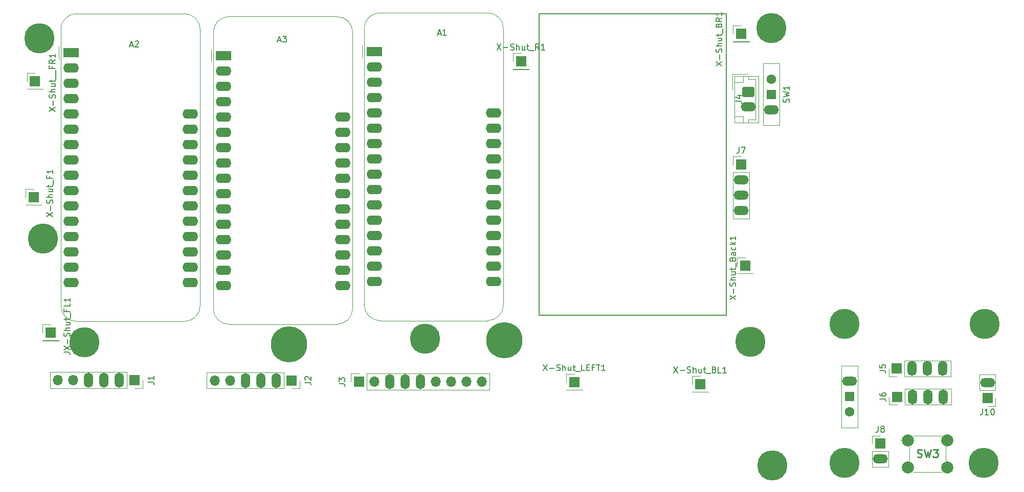
<source format=gbr>
%TF.GenerationSoftware,KiCad,Pcbnew,9.0.0*%
%TF.CreationDate,2025-04-18T00:05:44+02:00*%
%TF.ProjectId,Omni-X-II-PCB,4f6d6e69-2d58-42d4-9949-2d5043422e6b,rev?*%
%TF.SameCoordinates,Original*%
%TF.FileFunction,Copper,L1,Top*%
%TF.FilePolarity,Positive*%
%FSLAX46Y46*%
G04 Gerber Fmt 4.6, Leading zero omitted, Abs format (unit mm)*
G04 Created by KiCad (PCBNEW 9.0.0) date 2025-04-18 00:05:44*
%MOMM*%
%LPD*%
G01*
G04 APERTURE LIST*
G04 Aperture macros list*
%AMRoundRect*
0 Rectangle with rounded corners*
0 $1 Rounding radius*
0 $2 $3 $4 $5 $6 $7 $8 $9 X,Y pos of 4 corners*
0 Add a 4 corners polygon primitive as box body*
4,1,4,$2,$3,$4,$5,$6,$7,$8,$9,$2,$3,0*
0 Add four circle primitives for the rounded corners*
1,1,$1+$1,$2,$3*
1,1,$1+$1,$4,$5*
1,1,$1+$1,$6,$7*
1,1,$1+$1,$8,$9*
0 Add four rect primitives between the rounded corners*
20,1,$1+$1,$2,$3,$4,$5,0*
20,1,$1+$1,$4,$5,$6,$7,0*
20,1,$1+$1,$6,$7,$8,$9,0*
20,1,$1+$1,$8,$9,$2,$3,0*%
G04 Aperture macros list end*
%TA.AperFunction,ComponentPad*%
%ADD10R,1.700000X1.700000*%
%TD*%
%TA.AperFunction,ComponentPad*%
%ADD11O,1.500000X2.500000*%
%TD*%
%TA.AperFunction,ComponentPad*%
%ADD12O,1.700000X1.700000*%
%TD*%
%TA.AperFunction,ComponentPad*%
%ADD13RoundRect,0.250000X-0.750000X0.600000X-0.750000X-0.600000X0.750000X-0.600000X0.750000X0.600000X0*%
%TD*%
%TA.AperFunction,ComponentPad*%
%ADD14O,2.500000X1.500000*%
%TD*%
%TA.AperFunction,ComponentPad*%
%ADD15RoundRect,0.250000X-1.050000X-0.550000X1.050000X-0.550000X1.050000X0.550000X-1.050000X0.550000X0*%
%TD*%
%TA.AperFunction,ComponentPad*%
%ADD16O,2.600000X1.600000*%
%TD*%
%TA.AperFunction,ComponentPad*%
%ADD17C,2.000000*%
%TD*%
%TA.AperFunction,ComponentPad*%
%ADD18R,1.500000X1.500000*%
%TD*%
%TA.AperFunction,ComponentPad*%
%ADD19C,1.600000*%
%TD*%
%TA.AperFunction,ViaPad*%
%ADD20C,5.000000*%
%TD*%
%TA.AperFunction,ViaPad*%
%ADD21C,6.000000*%
%TD*%
%ADD22C,0.200000*%
%ADD23C,0.150000*%
%ADD24C,0.254000*%
%ADD25C,0.120000*%
%ADD26C,0.100000*%
%ADD27C,2.000000*%
G04 APERTURE END LIST*
D10*
%TO.P,X-Shut__FR1,1,Pin_1*%
%TO.N,/23*%
X73680000Y-62140000D03*
%TD*%
%TO.P,J2,1,Pin_1*%
%TO.N,/2*%
X116140000Y-111750000D03*
D11*
%TO.P,J2,2,Pin_2*%
%TO.N,/4*%
X113600000Y-111750000D03*
%TO.P,J2,3,Pin_3*%
%TO.N,/18*%
X111060000Y-111750000D03*
%TO.P,J2,4,Pin_4*%
%TO.N,/17*%
X108520000Y-111750000D03*
D12*
%TO.P,J2,5,Pin_5*%
%TO.N,unconnected-(J2-Pin_5-Pad5)*%
X105980000Y-111750000D03*
%TO.P,J2,6,Pin_6*%
%TO.N,unconnected-(J2-Pin_6-Pad6)*%
X103440000Y-111750000D03*
%TD*%
D13*
%TO.P,J4,1,Pin_1*%
%TO.N,Net-(J4-Pin_1)*%
X191750000Y-63900000D03*
D14*
%TO.P,J4,2,Pin_2*%
%TO.N,/4*%
X191750000Y-66400000D03*
%TD*%
D10*
%TO.P,J1,1,Pin_1*%
%TO.N,/2*%
X90180000Y-111700000D03*
D11*
%TO.P,J1,2,Pin_2*%
%TO.N,/4*%
X87640000Y-111700000D03*
%TO.P,J1,3,Pin_3*%
%TO.N,/18*%
X85100000Y-111700000D03*
%TO.P,J1,4,Pin_4*%
%TO.N,/17*%
X82560000Y-111700000D03*
D12*
%TO.P,J1,5,Pin_5*%
%TO.N,unconnected-(J1-Pin_5-Pad5)*%
X80020000Y-111700000D03*
%TO.P,J1,6,Pin_6*%
%TO.N,unconnected-(J1-Pin_6-Pad6)*%
X77480000Y-111700000D03*
%TD*%
D10*
%TO.P,X-Shut_F1,1,Pin_1*%
%TO.N,/6*%
X73440000Y-81360000D03*
%TD*%
%TO.P,J3,1,Pin_1*%
%TO.N,/2*%
X127310000Y-111960000D03*
D12*
%TO.P,J3,2,Pin_2*%
%TO.N,unconnected-(J3-Pin_2-Pad2)*%
X129850000Y-111960000D03*
D11*
%TO.P,J3,3,Pin_3*%
%TO.N,/4*%
X132390000Y-111960000D03*
%TO.P,J3,4,Pin_4*%
%TO.N,/18*%
X134930000Y-111960000D03*
%TO.P,J3,5,Pin_5*%
%TO.N,/17*%
X137470000Y-111960000D03*
D12*
%TO.P,J3,6,Pin_6*%
%TO.N,unconnected-(J3-Pin_6-Pad6)*%
X140010000Y-111960000D03*
%TO.P,J3,7,Pin_7*%
%TO.N,unconnected-(J3-Pin_7-Pad7)*%
X142550000Y-111960000D03*
%TO.P,J3,8,Pin_8*%
%TO.N,unconnected-(J3-Pin_8-Pad8)*%
X145090000Y-111960000D03*
%TO.P,J3,9,Pin_9*%
%TO.N,unconnected-(J3-Pin_9-Pad9)*%
X147630000Y-111960000D03*
%TD*%
D10*
%TO.P,X-Shut_BL1,1,Pin_1*%
%TO.N,/12*%
X183800000Y-112350000D03*
%TD*%
D15*
%TO.P,A1,1,~{RESET}*%
%TO.N,unconnected-(A1-~{RESET}-Pad1)*%
X129840000Y-57270000D03*
D16*
%TO.P,A1,2,3V3*%
%TO.N,/2*%
X129840000Y-59810000D03*
%TO.P,A1,3,NC*%
%TO.N,unconnected-(A1-NC-Pad3)*%
X129840000Y-62350000D03*
%TO.P,A1,4,GND*%
%TO.N,/4*%
X129840000Y-64890000D03*
%TO.P,A1,5,DAC2/A0*%
%TO.N,/5*%
X129840000Y-67430000D03*
%TO.P,A1,6,DAC1/A1*%
%TO.N,/6*%
X129840000Y-69970000D03*
%TO.P,A1,7,I34/A2*%
%TO.N,/7*%
X129840000Y-72510000D03*
%TO.P,A1,8,I39/A3*%
%TO.N,unconnected-(A1-I39{slash}A3-Pad8)*%
X129840000Y-75050000D03*
%TO.P,A1,9,IO36/A4*%
%TO.N,unconnected-(A1-IO36{slash}A4-Pad9)*%
X129840000Y-77590000D03*
%TO.P,A1,10,IO4/A5*%
%TO.N,/10*%
X129840000Y-80130000D03*
%TO.P,A1,11,SCK/IO5*%
%TO.N,/11*%
X129840000Y-82670000D03*
%TO.P,A1,12,MOSI/IO18*%
%TO.N,/12*%
X129840000Y-85210000D03*
%TO.P,A1,13,MISO/IO19*%
%TO.N,unconnected-(A1-MISO{slash}IO19-Pad13)*%
X129840000Y-87750000D03*
%TO.P,A1,14,RX/IO16*%
%TO.N,unconnected-(A1-RX{slash}IO16-Pad14)*%
X129840000Y-90290000D03*
%TO.P,A1,15,TX/IO17*%
%TO.N,unconnected-(A1-TX{slash}IO17-Pad15)*%
X129840000Y-92830000D03*
%TO.P,A1,16,IO21*%
%TO.N,unconnected-(A1-IO21-Pad16)*%
X129840000Y-95370000D03*
%TO.P,A1,17,SDA/IO23*%
%TO.N,/17*%
X149560000Y-95370000D03*
%TO.P,A1,18,SCL/IO22*%
%TO.N,/18*%
X149560000Y-92830000D03*
%TO.P,A1,19,A6/IO14*%
%TO.N,/14*%
X149560000Y-90290000D03*
%TO.P,A1,20,A7/IO32*%
%TO.N,/20*%
X149560000Y-87750000D03*
%TO.P,A1,21,A8/IO15*%
%TO.N,/15*%
X149560000Y-85210000D03*
%TO.P,A1,22,A9/IO33*%
%TO.N,/22*%
X149560000Y-82670000D03*
%TO.P,A1,23,A10/IO27*%
%TO.N,/23*%
X149560000Y-80130000D03*
%TO.P,A1,24,A11/IO12*%
%TO.N,unconnected-(A1-A11{slash}IO12-Pad24)*%
X149560000Y-77590000D03*
%TO.P,A1,25,A12/IO13*%
%TO.N,unconnected-(A1-A12{slash}IO13-Pad25)*%
X149560000Y-75050000D03*
%TO.P,A1,26,USB*%
%TO.N,unconnected-(A1-USB-Pad26)*%
X149560000Y-72510000D03*
%TO.P,A1,27,EN*%
%TO.N,unconnected-(A1-EN-Pad27)*%
X149560000Y-69970000D03*
%TO.P,A1,28,VBAT*%
%TO.N,/28*%
X149560000Y-67430000D03*
%TD*%
D10*
%TO.P,X-Shut_R1,1,Pin_1*%
%TO.N,/22*%
X154130000Y-58850000D03*
%TD*%
%TO.P,J7,1,Pin_1*%
%TO.N,/2*%
X190560000Y-75970000D03*
D14*
%TO.P,J7,2,Pin_2*%
%TO.N,/4*%
X190560000Y-78510000D03*
%TO.P,J7,3,Pin_3*%
%TO.N,/7*%
X190560000Y-81050000D03*
%TO.P,J7,4,Pin_4*%
%TO.N,unconnected-(J7-Pin_4-Pad4)*%
X190560000Y-83590000D03*
%TD*%
D15*
%TO.P,A2,1,~{RESET}*%
%TO.N,unconnected-(A2-~{RESET}-Pad1)*%
X79640000Y-57410000D03*
D16*
%TO.P,A2,2,3V3*%
%TO.N,/2*%
X79640000Y-59950000D03*
%TO.P,A2,3,AREF*%
%TO.N,unconnected-(A2-AREF-Pad3)*%
X79640000Y-62490000D03*
%TO.P,A2,4,GND*%
%TO.N,/4*%
X79640000Y-65030000D03*
%TO.P,A2,5,A0*%
%TO.N,unconnected-(A2-A0-Pad5)*%
X79640000Y-67570000D03*
%TO.P,A2,6,A1*%
%TO.N,unconnected-(A2-A1-Pad6)*%
X79640000Y-70110000D03*
%TO.P,A2,7,A2*%
%TO.N,unconnected-(A2-A2-Pad7)*%
X79640000Y-72650000D03*
%TO.P,A2,8,A3*%
%TO.N,unconnected-(A2-A3-Pad8)*%
X79640000Y-75190000D03*
%TO.P,A2,9,A4*%
%TO.N,unconnected-(A2-A4-Pad9)*%
X79640000Y-77730000D03*
%TO.P,A2,10,A5*%
%TO.N,unconnected-(A2-A5-Pad10)*%
X79640000Y-80270000D03*
%TO.P,A2,11,SCK*%
%TO.N,unconnected-(A2-SCK-Pad11)*%
X79640000Y-82810000D03*
%TO.P,A2,12,MOSI*%
%TO.N,unconnected-(A2-MOSI-Pad12)*%
X79640000Y-85350000D03*
%TO.P,A2,13,MISO*%
%TO.N,unconnected-(A2-MISO-Pad13)*%
X79640000Y-87890000D03*
%TO.P,A2,14,RX*%
%TO.N,unconnected-(A2-RX-Pad14)*%
X79640000Y-90430000D03*
%TO.P,A2,15,TX*%
%TO.N,unconnected-(A2-TX-Pad15)*%
X79640000Y-92970000D03*
%TO.P,A2,16,SPARE*%
%TO.N,unconnected-(A2-SPARE-Pad16)*%
X79640000Y-95510000D03*
%TO.P,A2,17,SDA*%
%TO.N,/15*%
X99360000Y-95510000D03*
%TO.P,A2,18,SCL*%
%TO.N,/14*%
X99360000Y-92970000D03*
%TO.P,A2,19,D0*%
%TO.N,unconnected-(A2-D0-Pad19)*%
X99360000Y-90430000D03*
%TO.P,A2,20,D1*%
%TO.N,unconnected-(A2-D1-Pad20)*%
X99360000Y-87890000D03*
%TO.P,A2,21,D2*%
%TO.N,unconnected-(A2-D2-Pad21)*%
X99360000Y-85350000D03*
%TO.P,A2,22,D3*%
%TO.N,unconnected-(A2-D3-Pad22)*%
X99360000Y-82810000D03*
%TO.P,A2,23,D4*%
%TO.N,unconnected-(A2-D4-Pad23)*%
X99360000Y-80270000D03*
%TO.P,A2,24,D5*%
%TO.N,unconnected-(A2-D5-Pad24)*%
X99360000Y-77730000D03*
%TO.P,A2,25,D6*%
%TO.N,unconnected-(A2-D6-Pad25)*%
X99360000Y-75190000D03*
%TO.P,A2,26,USB*%
%TO.N,unconnected-(A2-USB-Pad26)*%
X99360000Y-72650000D03*
%TO.P,A2,27,EN*%
%TO.N,unconnected-(A2-EN-Pad27)*%
X99360000Y-70110000D03*
%TO.P,A2,28,VBAT*%
%TO.N,unconnected-(A2-VBAT-Pad28)*%
X99360000Y-67570000D03*
%TD*%
D17*
%TO.P,SW3,1,1*%
%TO.N,Net-(J8-Pin_1)*%
X218190000Y-121640000D03*
%TO.P,SW3,2,2*%
X224690000Y-121640000D03*
%TO.P,SW3,3,K*%
%TO.N,Net-(J8-Pin_2)*%
X218190000Y-126140000D03*
%TO.P,SW3,4,A*%
X224690000Y-126140000D03*
%TD*%
D10*
%TO.P,X-Shut_Back1,1,Pin_1*%
%TO.N,/11*%
X191220000Y-92700000D03*
%TD*%
%TO.P,J6,1,Pin_1*%
%TO.N,/K1*%
X216395000Y-114450000D03*
D11*
%TO.P,J6,2,Pin_2*%
%TO.N,/K2*%
X218935000Y-114450000D03*
%TO.P,J6,3,Pin_3*%
%TO.N,/K3*%
X221475000Y-114450000D03*
%TO.P,J6,4,Pin_4*%
%TO.N,/K4*%
X224015000Y-114450000D03*
%TD*%
D10*
%TO.P,J10,1,Pin_1*%
%TO.N,Net-(J10-Pin_1)*%
X231345000Y-114660000D03*
D14*
%TO.P,J10,2,Pin_2*%
%TO.N,Net-(J10-Pin_2)*%
X231345000Y-112120000D03*
%TD*%
D10*
%TO.P,JX-Shut_FL1,1,Pin_1*%
%TO.N,/10*%
X76290000Y-103830000D03*
%TD*%
D18*
%TO.P,SW1,1,B*%
%TO.N,Net-(J4-Pin_1)*%
X195550000Y-64320000D03*
D19*
%TO.P,SW1,2,C*%
%TO.N,unconnected-(SW1-C-Pad2)*%
X195550000Y-61780000D03*
D14*
%TO.P,SW1,3,A*%
%TO.N,/28*%
X195550000Y-66860000D03*
%TD*%
D18*
%TO.P,SW2,1,B*%
%TO.N,Net-(J10-Pin_1)*%
X208495000Y-114430000D03*
D19*
%TO.P,SW2,2,C*%
%TO.N,unconnected-(SW2-C-Pad2)*%
X208495000Y-116970000D03*
D14*
%TO.P,SW2,3,A*%
%TO.N,Net-(J10-Pin_2)*%
X208495000Y-111890000D03*
%TD*%
D10*
%TO.P,X-Shut_BR1,1,Pin_1*%
%TO.N,/5*%
X190590000Y-54270000D03*
%TD*%
%TO.P,X-Shut_LEFT1,1,Pin_1*%
%TO.N,/20*%
X162960000Y-111990000D03*
%TD*%
D15*
%TO.P,A3,1,~{RESET}*%
%TO.N,unconnected-(A3-~{RESET}-Pad1)*%
X104870000Y-57900000D03*
D16*
%TO.P,A3,2,3V3*%
%TO.N,/2*%
X104870000Y-60440000D03*
%TO.P,A3,3,AREF*%
%TO.N,unconnected-(A3-AREF-Pad3)*%
X104870000Y-62980000D03*
%TO.P,A3,4,GND*%
%TO.N,/4*%
X104870000Y-65520000D03*
%TO.P,A3,5,A0*%
%TO.N,unconnected-(A3-A0-Pad5)*%
X104870000Y-68060000D03*
%TO.P,A3,6,A1*%
%TO.N,unconnected-(A3-A1-Pad6)*%
X104870000Y-70600000D03*
%TO.P,A3,7,A2*%
%TO.N,unconnected-(A3-A2-Pad7)*%
X104870000Y-73140000D03*
%TO.P,A3,8,A3*%
%TO.N,unconnected-(A3-A3-Pad8)*%
X104870000Y-75680000D03*
%TO.P,A3,9,A4*%
%TO.N,unconnected-(A3-A4-Pad9)*%
X104870000Y-78220000D03*
%TO.P,A3,10,A5*%
%TO.N,unconnected-(A3-A5-Pad10)*%
X104870000Y-80760000D03*
%TO.P,A3,11,SCK*%
%TO.N,/11*%
X104870000Y-83300000D03*
%TO.P,A3,12,MOSI*%
%TO.N,/12*%
X104870000Y-85840000D03*
%TO.P,A3,13,MISO*%
%TO.N,unconnected-(A3-MISO-Pad13)*%
X104870000Y-88380000D03*
%TO.P,A3,14,RX*%
%TO.N,unconnected-(A3-RX-Pad14)*%
X104870000Y-90920000D03*
%TO.P,A3,15,TX*%
%TO.N,unconnected-(A3-TX-Pad15)*%
X104870000Y-93460000D03*
%TO.P,A3,16,SPARE*%
%TO.N,unconnected-(A3-SPARE-Pad16)*%
X104870000Y-96000000D03*
%TO.P,A3,17,SDA*%
%TO.N,/15*%
X124590000Y-96000000D03*
%TO.P,A3,18,SCL*%
%TO.N,/14*%
X124590000Y-93460000D03*
%TO.P,A3,19,D0*%
%TO.N,unconnected-(A3-D0-Pad19)*%
X124590000Y-90920000D03*
%TO.P,A3,20,D1*%
%TO.N,unconnected-(A3-D1-Pad20)*%
X124590000Y-88380000D03*
%TO.P,A3,21,D2*%
%TO.N,unconnected-(A3-D2-Pad21)*%
X124590000Y-85840000D03*
%TO.P,A3,22,D3*%
%TO.N,unconnected-(A3-D3-Pad22)*%
X124590000Y-83300000D03*
%TO.P,A3,23,D4*%
%TO.N,unconnected-(A3-D4-Pad23)*%
X124590000Y-80760000D03*
%TO.P,A3,24,D5*%
%TO.N,unconnected-(A3-D5-Pad24)*%
X124590000Y-78220000D03*
%TO.P,A3,25,D6*%
%TO.N,unconnected-(A3-D6-Pad25)*%
X124590000Y-75680000D03*
%TO.P,A3,26,USB*%
%TO.N,unconnected-(A3-USB-Pad26)*%
X124590000Y-73140000D03*
%TO.P,A3,27,EN*%
%TO.N,unconnected-(A3-EN-Pad27)*%
X124590000Y-70600000D03*
%TO.P,A3,28,VBAT*%
%TO.N,unconnected-(A3-VBAT-Pad28)*%
X124590000Y-68060000D03*
%TD*%
D10*
%TO.P,J5,1,Pin_1*%
%TO.N,/K1*%
X216355000Y-109780000D03*
D11*
%TO.P,J5,2,Pin_2*%
%TO.N,/K2*%
X218895000Y-109780000D03*
%TO.P,J5,3,Pin_3*%
%TO.N,/K3*%
X221435000Y-109780000D03*
%TO.P,J5,4,Pin_4*%
%TO.N,/K4*%
X223975000Y-109780000D03*
%TD*%
D10*
%TO.P,J8,1,Pin_1*%
%TO.N,Net-(J8-Pin_1)*%
X213595000Y-122210000D03*
D14*
%TO.P,J8,2,Pin_2*%
%TO.N,Net-(J8-Pin_2)*%
X213595000Y-124750000D03*
%TD*%
D20*
%TO.N,*%
X192130000Y-105330000D03*
X207665000Y-125430000D03*
D21*
X115750000Y-105730000D03*
D20*
X195700000Y-125790000D03*
X230845000Y-102390000D03*
X74430000Y-55010000D03*
X74990000Y-88250000D03*
X138230000Y-104820000D03*
X81880000Y-105390000D03*
X207665000Y-102390000D03*
X230715000Y-125430000D03*
X195600000Y-53370000D03*
D21*
X151400000Y-105100000D03*
%TD*%
D22*
X157150000Y-50970000D02*
X188150000Y-50970000D01*
X188150000Y-100970000D01*
X157150000Y-100970000D01*
X157150000Y-50970000D01*
D23*
X76044819Y-67175714D02*
X77044819Y-66509048D01*
X76044819Y-66509048D02*
X77044819Y-67175714D01*
X76663866Y-66128095D02*
X76663866Y-65366191D01*
X76997200Y-64937619D02*
X77044819Y-64794762D01*
X77044819Y-64794762D02*
X77044819Y-64556667D01*
X77044819Y-64556667D02*
X76997200Y-64461429D01*
X76997200Y-64461429D02*
X76949580Y-64413810D01*
X76949580Y-64413810D02*
X76854342Y-64366191D01*
X76854342Y-64366191D02*
X76759104Y-64366191D01*
X76759104Y-64366191D02*
X76663866Y-64413810D01*
X76663866Y-64413810D02*
X76616247Y-64461429D01*
X76616247Y-64461429D02*
X76568628Y-64556667D01*
X76568628Y-64556667D02*
X76521009Y-64747143D01*
X76521009Y-64747143D02*
X76473390Y-64842381D01*
X76473390Y-64842381D02*
X76425771Y-64890000D01*
X76425771Y-64890000D02*
X76330533Y-64937619D01*
X76330533Y-64937619D02*
X76235295Y-64937619D01*
X76235295Y-64937619D02*
X76140057Y-64890000D01*
X76140057Y-64890000D02*
X76092438Y-64842381D01*
X76092438Y-64842381D02*
X76044819Y-64747143D01*
X76044819Y-64747143D02*
X76044819Y-64509048D01*
X76044819Y-64509048D02*
X76092438Y-64366191D01*
X77044819Y-63937619D02*
X76044819Y-63937619D01*
X77044819Y-63509048D02*
X76521009Y-63509048D01*
X76521009Y-63509048D02*
X76425771Y-63556667D01*
X76425771Y-63556667D02*
X76378152Y-63651905D01*
X76378152Y-63651905D02*
X76378152Y-63794762D01*
X76378152Y-63794762D02*
X76425771Y-63890000D01*
X76425771Y-63890000D02*
X76473390Y-63937619D01*
X76378152Y-62604286D02*
X77044819Y-62604286D01*
X76378152Y-63032857D02*
X76901961Y-63032857D01*
X76901961Y-63032857D02*
X76997200Y-62985238D01*
X76997200Y-62985238D02*
X77044819Y-62890000D01*
X77044819Y-62890000D02*
X77044819Y-62747143D01*
X77044819Y-62747143D02*
X76997200Y-62651905D01*
X76997200Y-62651905D02*
X76949580Y-62604286D01*
X76378152Y-62270952D02*
X76378152Y-61890000D01*
X76044819Y-62128095D02*
X76901961Y-62128095D01*
X76901961Y-62128095D02*
X76997200Y-62080476D01*
X76997200Y-62080476D02*
X77044819Y-61985238D01*
X77044819Y-61985238D02*
X77044819Y-61890000D01*
X77140057Y-61794762D02*
X77140057Y-61032857D01*
X77140057Y-61032857D02*
X77140057Y-60270952D01*
X76521009Y-59699523D02*
X76521009Y-60032856D01*
X77044819Y-60032856D02*
X76044819Y-60032856D01*
X76044819Y-60032856D02*
X76044819Y-59556666D01*
X77044819Y-58604285D02*
X76568628Y-58937618D01*
X77044819Y-59175713D02*
X76044819Y-59175713D01*
X76044819Y-59175713D02*
X76044819Y-58794761D01*
X76044819Y-58794761D02*
X76092438Y-58699523D01*
X76092438Y-58699523D02*
X76140057Y-58651904D01*
X76140057Y-58651904D02*
X76235295Y-58604285D01*
X76235295Y-58604285D02*
X76378152Y-58604285D01*
X76378152Y-58604285D02*
X76473390Y-58651904D01*
X76473390Y-58651904D02*
X76521009Y-58699523D01*
X76521009Y-58699523D02*
X76568628Y-58794761D01*
X76568628Y-58794761D02*
X76568628Y-59175713D01*
X77044819Y-57651904D02*
X77044819Y-58223332D01*
X77044819Y-57937618D02*
X76044819Y-57937618D01*
X76044819Y-57937618D02*
X76187676Y-58032856D01*
X76187676Y-58032856D02*
X76282914Y-58128094D01*
X76282914Y-58128094D02*
X76330533Y-58223332D01*
X118364819Y-112083333D02*
X119079104Y-112083333D01*
X119079104Y-112083333D02*
X119221961Y-112130952D01*
X119221961Y-112130952D02*
X119317200Y-112226190D01*
X119317200Y-112226190D02*
X119364819Y-112369047D01*
X119364819Y-112369047D02*
X119364819Y-112464285D01*
X118460057Y-111654761D02*
X118412438Y-111607142D01*
X118412438Y-111607142D02*
X118364819Y-111511904D01*
X118364819Y-111511904D02*
X118364819Y-111273809D01*
X118364819Y-111273809D02*
X118412438Y-111178571D01*
X118412438Y-111178571D02*
X118460057Y-111130952D01*
X118460057Y-111130952D02*
X118555295Y-111083333D01*
X118555295Y-111083333D02*
X118650533Y-111083333D01*
X118650533Y-111083333D02*
X118793390Y-111130952D01*
X118793390Y-111130952D02*
X119364819Y-111702380D01*
X119364819Y-111702380D02*
X119364819Y-111083333D01*
X189654819Y-65433333D02*
X190369104Y-65433333D01*
X190369104Y-65433333D02*
X190511961Y-65480952D01*
X190511961Y-65480952D02*
X190607200Y-65576190D01*
X190607200Y-65576190D02*
X190654819Y-65719047D01*
X190654819Y-65719047D02*
X190654819Y-65814285D01*
X189988152Y-64528571D02*
X190654819Y-64528571D01*
X189607200Y-64766666D02*
X190321485Y-65004761D01*
X190321485Y-65004761D02*
X190321485Y-64385714D01*
X92404819Y-112033333D02*
X93119104Y-112033333D01*
X93119104Y-112033333D02*
X93261961Y-112080952D01*
X93261961Y-112080952D02*
X93357200Y-112176190D01*
X93357200Y-112176190D02*
X93404819Y-112319047D01*
X93404819Y-112319047D02*
X93404819Y-112414285D01*
X93404819Y-111033333D02*
X93404819Y-111604761D01*
X93404819Y-111319047D02*
X92404819Y-111319047D01*
X92404819Y-111319047D02*
X92547676Y-111414285D01*
X92547676Y-111414285D02*
X92642914Y-111509523D01*
X92642914Y-111509523D02*
X92690533Y-111604761D01*
X75634819Y-84614761D02*
X76634819Y-83948095D01*
X75634819Y-83948095D02*
X76634819Y-84614761D01*
X76253866Y-83567142D02*
X76253866Y-82805238D01*
X76587200Y-82376666D02*
X76634819Y-82233809D01*
X76634819Y-82233809D02*
X76634819Y-81995714D01*
X76634819Y-81995714D02*
X76587200Y-81900476D01*
X76587200Y-81900476D02*
X76539580Y-81852857D01*
X76539580Y-81852857D02*
X76444342Y-81805238D01*
X76444342Y-81805238D02*
X76349104Y-81805238D01*
X76349104Y-81805238D02*
X76253866Y-81852857D01*
X76253866Y-81852857D02*
X76206247Y-81900476D01*
X76206247Y-81900476D02*
X76158628Y-81995714D01*
X76158628Y-81995714D02*
X76111009Y-82186190D01*
X76111009Y-82186190D02*
X76063390Y-82281428D01*
X76063390Y-82281428D02*
X76015771Y-82329047D01*
X76015771Y-82329047D02*
X75920533Y-82376666D01*
X75920533Y-82376666D02*
X75825295Y-82376666D01*
X75825295Y-82376666D02*
X75730057Y-82329047D01*
X75730057Y-82329047D02*
X75682438Y-82281428D01*
X75682438Y-82281428D02*
X75634819Y-82186190D01*
X75634819Y-82186190D02*
X75634819Y-81948095D01*
X75634819Y-81948095D02*
X75682438Y-81805238D01*
X76634819Y-81376666D02*
X75634819Y-81376666D01*
X76634819Y-80948095D02*
X76111009Y-80948095D01*
X76111009Y-80948095D02*
X76015771Y-80995714D01*
X76015771Y-80995714D02*
X75968152Y-81090952D01*
X75968152Y-81090952D02*
X75968152Y-81233809D01*
X75968152Y-81233809D02*
X76015771Y-81329047D01*
X76015771Y-81329047D02*
X76063390Y-81376666D01*
X75968152Y-80043333D02*
X76634819Y-80043333D01*
X75968152Y-80471904D02*
X76491961Y-80471904D01*
X76491961Y-80471904D02*
X76587200Y-80424285D01*
X76587200Y-80424285D02*
X76634819Y-80329047D01*
X76634819Y-80329047D02*
X76634819Y-80186190D01*
X76634819Y-80186190D02*
X76587200Y-80090952D01*
X76587200Y-80090952D02*
X76539580Y-80043333D01*
X75968152Y-79709999D02*
X75968152Y-79329047D01*
X75634819Y-79567142D02*
X76491961Y-79567142D01*
X76491961Y-79567142D02*
X76587200Y-79519523D01*
X76587200Y-79519523D02*
X76634819Y-79424285D01*
X76634819Y-79424285D02*
X76634819Y-79329047D01*
X76730057Y-79233809D02*
X76730057Y-78471904D01*
X76111009Y-77900475D02*
X76111009Y-78233808D01*
X76634819Y-78233808D02*
X75634819Y-78233808D01*
X75634819Y-78233808D02*
X75634819Y-77757618D01*
X76634819Y-76852856D02*
X76634819Y-77424284D01*
X76634819Y-77138570D02*
X75634819Y-77138570D01*
X75634819Y-77138570D02*
X75777676Y-77233808D01*
X75777676Y-77233808D02*
X75872914Y-77329046D01*
X75872914Y-77329046D02*
X75920533Y-77424284D01*
X123994819Y-112293333D02*
X124709104Y-112293333D01*
X124709104Y-112293333D02*
X124851961Y-112340952D01*
X124851961Y-112340952D02*
X124947200Y-112436190D01*
X124947200Y-112436190D02*
X124994819Y-112579047D01*
X124994819Y-112579047D02*
X124994819Y-112674285D01*
X123994819Y-111912380D02*
X123994819Y-111293333D01*
X123994819Y-111293333D02*
X124375771Y-111626666D01*
X124375771Y-111626666D02*
X124375771Y-111483809D01*
X124375771Y-111483809D02*
X124423390Y-111388571D01*
X124423390Y-111388571D02*
X124471009Y-111340952D01*
X124471009Y-111340952D02*
X124566247Y-111293333D01*
X124566247Y-111293333D02*
X124804342Y-111293333D01*
X124804342Y-111293333D02*
X124899580Y-111340952D01*
X124899580Y-111340952D02*
X124947200Y-111388571D01*
X124947200Y-111388571D02*
X124994819Y-111483809D01*
X124994819Y-111483809D02*
X124994819Y-111769523D01*
X124994819Y-111769523D02*
X124947200Y-111864761D01*
X124947200Y-111864761D02*
X124899580Y-111912380D01*
X179419047Y-109474819D02*
X180085713Y-110474819D01*
X180085713Y-109474819D02*
X179419047Y-110474819D01*
X180466666Y-110093866D02*
X181228571Y-110093866D01*
X181657142Y-110427200D02*
X181799999Y-110474819D01*
X181799999Y-110474819D02*
X182038094Y-110474819D01*
X182038094Y-110474819D02*
X182133332Y-110427200D01*
X182133332Y-110427200D02*
X182180951Y-110379580D01*
X182180951Y-110379580D02*
X182228570Y-110284342D01*
X182228570Y-110284342D02*
X182228570Y-110189104D01*
X182228570Y-110189104D02*
X182180951Y-110093866D01*
X182180951Y-110093866D02*
X182133332Y-110046247D01*
X182133332Y-110046247D02*
X182038094Y-109998628D01*
X182038094Y-109998628D02*
X181847618Y-109951009D01*
X181847618Y-109951009D02*
X181752380Y-109903390D01*
X181752380Y-109903390D02*
X181704761Y-109855771D01*
X181704761Y-109855771D02*
X181657142Y-109760533D01*
X181657142Y-109760533D02*
X181657142Y-109665295D01*
X181657142Y-109665295D02*
X181704761Y-109570057D01*
X181704761Y-109570057D02*
X181752380Y-109522438D01*
X181752380Y-109522438D02*
X181847618Y-109474819D01*
X181847618Y-109474819D02*
X182085713Y-109474819D01*
X182085713Y-109474819D02*
X182228570Y-109522438D01*
X182657142Y-110474819D02*
X182657142Y-109474819D01*
X183085713Y-110474819D02*
X183085713Y-109951009D01*
X183085713Y-109951009D02*
X183038094Y-109855771D01*
X183038094Y-109855771D02*
X182942856Y-109808152D01*
X182942856Y-109808152D02*
X182799999Y-109808152D01*
X182799999Y-109808152D02*
X182704761Y-109855771D01*
X182704761Y-109855771D02*
X182657142Y-109903390D01*
X183990475Y-109808152D02*
X183990475Y-110474819D01*
X183561904Y-109808152D02*
X183561904Y-110331961D01*
X183561904Y-110331961D02*
X183609523Y-110427200D01*
X183609523Y-110427200D02*
X183704761Y-110474819D01*
X183704761Y-110474819D02*
X183847618Y-110474819D01*
X183847618Y-110474819D02*
X183942856Y-110427200D01*
X183942856Y-110427200D02*
X183990475Y-110379580D01*
X184323809Y-109808152D02*
X184704761Y-109808152D01*
X184466666Y-109474819D02*
X184466666Y-110331961D01*
X184466666Y-110331961D02*
X184514285Y-110427200D01*
X184514285Y-110427200D02*
X184609523Y-110474819D01*
X184609523Y-110474819D02*
X184704761Y-110474819D01*
X184800000Y-110570057D02*
X185561904Y-110570057D01*
X186133333Y-109951009D02*
X186276190Y-109998628D01*
X186276190Y-109998628D02*
X186323809Y-110046247D01*
X186323809Y-110046247D02*
X186371428Y-110141485D01*
X186371428Y-110141485D02*
X186371428Y-110284342D01*
X186371428Y-110284342D02*
X186323809Y-110379580D01*
X186323809Y-110379580D02*
X186276190Y-110427200D01*
X186276190Y-110427200D02*
X186180952Y-110474819D01*
X186180952Y-110474819D02*
X185800000Y-110474819D01*
X185800000Y-110474819D02*
X185800000Y-109474819D01*
X185800000Y-109474819D02*
X186133333Y-109474819D01*
X186133333Y-109474819D02*
X186228571Y-109522438D01*
X186228571Y-109522438D02*
X186276190Y-109570057D01*
X186276190Y-109570057D02*
X186323809Y-109665295D01*
X186323809Y-109665295D02*
X186323809Y-109760533D01*
X186323809Y-109760533D02*
X186276190Y-109855771D01*
X186276190Y-109855771D02*
X186228571Y-109903390D01*
X186228571Y-109903390D02*
X186133333Y-109951009D01*
X186133333Y-109951009D02*
X185800000Y-109951009D01*
X187276190Y-110474819D02*
X186800000Y-110474819D01*
X186800000Y-110474819D02*
X186800000Y-109474819D01*
X188133333Y-110474819D02*
X187561905Y-110474819D01*
X187847619Y-110474819D02*
X187847619Y-109474819D01*
X187847619Y-109474819D02*
X187752381Y-109617676D01*
X187752381Y-109617676D02*
X187657143Y-109712914D01*
X187657143Y-109712914D02*
X187561905Y-109760533D01*
X140355714Y-54249104D02*
X140831904Y-54249104D01*
X140260476Y-54534819D02*
X140593809Y-53534819D01*
X140593809Y-53534819D02*
X140927142Y-54534819D01*
X141784285Y-54534819D02*
X141212857Y-54534819D01*
X141498571Y-54534819D02*
X141498571Y-53534819D01*
X141498571Y-53534819D02*
X141403333Y-53677676D01*
X141403333Y-53677676D02*
X141308095Y-53772914D01*
X141308095Y-53772914D02*
X141212857Y-53820533D01*
X150153809Y-55974819D02*
X150820475Y-56974819D01*
X150820475Y-55974819D02*
X150153809Y-56974819D01*
X151201428Y-56593866D02*
X151963333Y-56593866D01*
X152391904Y-56927200D02*
X152534761Y-56974819D01*
X152534761Y-56974819D02*
X152772856Y-56974819D01*
X152772856Y-56974819D02*
X152868094Y-56927200D01*
X152868094Y-56927200D02*
X152915713Y-56879580D01*
X152915713Y-56879580D02*
X152963332Y-56784342D01*
X152963332Y-56784342D02*
X152963332Y-56689104D01*
X152963332Y-56689104D02*
X152915713Y-56593866D01*
X152915713Y-56593866D02*
X152868094Y-56546247D01*
X152868094Y-56546247D02*
X152772856Y-56498628D01*
X152772856Y-56498628D02*
X152582380Y-56451009D01*
X152582380Y-56451009D02*
X152487142Y-56403390D01*
X152487142Y-56403390D02*
X152439523Y-56355771D01*
X152439523Y-56355771D02*
X152391904Y-56260533D01*
X152391904Y-56260533D02*
X152391904Y-56165295D01*
X152391904Y-56165295D02*
X152439523Y-56070057D01*
X152439523Y-56070057D02*
X152487142Y-56022438D01*
X152487142Y-56022438D02*
X152582380Y-55974819D01*
X152582380Y-55974819D02*
X152820475Y-55974819D01*
X152820475Y-55974819D02*
X152963332Y-56022438D01*
X153391904Y-56974819D02*
X153391904Y-55974819D01*
X153820475Y-56974819D02*
X153820475Y-56451009D01*
X153820475Y-56451009D02*
X153772856Y-56355771D01*
X153772856Y-56355771D02*
X153677618Y-56308152D01*
X153677618Y-56308152D02*
X153534761Y-56308152D01*
X153534761Y-56308152D02*
X153439523Y-56355771D01*
X153439523Y-56355771D02*
X153391904Y-56403390D01*
X154725237Y-56308152D02*
X154725237Y-56974819D01*
X154296666Y-56308152D02*
X154296666Y-56831961D01*
X154296666Y-56831961D02*
X154344285Y-56927200D01*
X154344285Y-56927200D02*
X154439523Y-56974819D01*
X154439523Y-56974819D02*
X154582380Y-56974819D01*
X154582380Y-56974819D02*
X154677618Y-56927200D01*
X154677618Y-56927200D02*
X154725237Y-56879580D01*
X155058571Y-56308152D02*
X155439523Y-56308152D01*
X155201428Y-55974819D02*
X155201428Y-56831961D01*
X155201428Y-56831961D02*
X155249047Y-56927200D01*
X155249047Y-56927200D02*
X155344285Y-56974819D01*
X155344285Y-56974819D02*
X155439523Y-56974819D01*
X155534762Y-57070057D02*
X156296666Y-57070057D01*
X157106190Y-56974819D02*
X156772857Y-56498628D01*
X156534762Y-56974819D02*
X156534762Y-55974819D01*
X156534762Y-55974819D02*
X156915714Y-55974819D01*
X156915714Y-55974819D02*
X157010952Y-56022438D01*
X157010952Y-56022438D02*
X157058571Y-56070057D01*
X157058571Y-56070057D02*
X157106190Y-56165295D01*
X157106190Y-56165295D02*
X157106190Y-56308152D01*
X157106190Y-56308152D02*
X157058571Y-56403390D01*
X157058571Y-56403390D02*
X157010952Y-56451009D01*
X157010952Y-56451009D02*
X156915714Y-56498628D01*
X156915714Y-56498628D02*
X156534762Y-56498628D01*
X158058571Y-56974819D02*
X157487143Y-56974819D01*
X157772857Y-56974819D02*
X157772857Y-55974819D01*
X157772857Y-55974819D02*
X157677619Y-56117676D01*
X157677619Y-56117676D02*
X157582381Y-56212914D01*
X157582381Y-56212914D02*
X157487143Y-56260533D01*
X190226666Y-73094819D02*
X190226666Y-73809104D01*
X190226666Y-73809104D02*
X190179047Y-73951961D01*
X190179047Y-73951961D02*
X190083809Y-74047200D01*
X190083809Y-74047200D02*
X189940952Y-74094819D01*
X189940952Y-74094819D02*
X189845714Y-74094819D01*
X190607619Y-73094819D02*
X191274285Y-73094819D01*
X191274285Y-73094819D02*
X190845714Y-74094819D01*
X89395714Y-56199104D02*
X89871904Y-56199104D01*
X89300476Y-56484819D02*
X89633809Y-55484819D01*
X89633809Y-55484819D02*
X89967142Y-56484819D01*
X90252857Y-55580057D02*
X90300476Y-55532438D01*
X90300476Y-55532438D02*
X90395714Y-55484819D01*
X90395714Y-55484819D02*
X90633809Y-55484819D01*
X90633809Y-55484819D02*
X90729047Y-55532438D01*
X90729047Y-55532438D02*
X90776666Y-55580057D01*
X90776666Y-55580057D02*
X90824285Y-55675295D01*
X90824285Y-55675295D02*
X90824285Y-55770533D01*
X90824285Y-55770533D02*
X90776666Y-55913390D01*
X90776666Y-55913390D02*
X90205238Y-56484819D01*
X90205238Y-56484819D02*
X90824285Y-56484819D01*
D24*
X219746666Y-124403842D02*
X219928095Y-124464318D01*
X219928095Y-124464318D02*
X220230476Y-124464318D01*
X220230476Y-124464318D02*
X220351428Y-124403842D01*
X220351428Y-124403842D02*
X220411904Y-124343365D01*
X220411904Y-124343365D02*
X220472381Y-124222413D01*
X220472381Y-124222413D02*
X220472381Y-124101461D01*
X220472381Y-124101461D02*
X220411904Y-123980508D01*
X220411904Y-123980508D02*
X220351428Y-123920032D01*
X220351428Y-123920032D02*
X220230476Y-123859556D01*
X220230476Y-123859556D02*
X219988571Y-123799080D01*
X219988571Y-123799080D02*
X219867619Y-123738603D01*
X219867619Y-123738603D02*
X219807142Y-123678127D01*
X219807142Y-123678127D02*
X219746666Y-123557175D01*
X219746666Y-123557175D02*
X219746666Y-123436222D01*
X219746666Y-123436222D02*
X219807142Y-123315270D01*
X219807142Y-123315270D02*
X219867619Y-123254794D01*
X219867619Y-123254794D02*
X219988571Y-123194318D01*
X219988571Y-123194318D02*
X220290952Y-123194318D01*
X220290952Y-123194318D02*
X220472381Y-123254794D01*
X220895714Y-123194318D02*
X221198095Y-124464318D01*
X221198095Y-124464318D02*
X221440000Y-123557175D01*
X221440000Y-123557175D02*
X221681905Y-124464318D01*
X221681905Y-124464318D02*
X221984286Y-123194318D01*
X222347143Y-123194318D02*
X223133334Y-123194318D01*
X223133334Y-123194318D02*
X222710000Y-123678127D01*
X222710000Y-123678127D02*
X222891429Y-123678127D01*
X222891429Y-123678127D02*
X223012381Y-123738603D01*
X223012381Y-123738603D02*
X223072857Y-123799080D01*
X223072857Y-123799080D02*
X223133334Y-123920032D01*
X223133334Y-123920032D02*
X223133334Y-124222413D01*
X223133334Y-124222413D02*
X223072857Y-124343365D01*
X223072857Y-124343365D02*
X223012381Y-124403842D01*
X223012381Y-124403842D02*
X222891429Y-124464318D01*
X222891429Y-124464318D02*
X222528572Y-124464318D01*
X222528572Y-124464318D02*
X222407619Y-124403842D01*
X222407619Y-124403842D02*
X222347143Y-124343365D01*
D23*
X188674819Y-98351904D02*
X189674819Y-97685238D01*
X188674819Y-97685238D02*
X189674819Y-98351904D01*
X189293866Y-97304285D02*
X189293866Y-96542381D01*
X189627200Y-96113809D02*
X189674819Y-95970952D01*
X189674819Y-95970952D02*
X189674819Y-95732857D01*
X189674819Y-95732857D02*
X189627200Y-95637619D01*
X189627200Y-95637619D02*
X189579580Y-95590000D01*
X189579580Y-95590000D02*
X189484342Y-95542381D01*
X189484342Y-95542381D02*
X189389104Y-95542381D01*
X189389104Y-95542381D02*
X189293866Y-95590000D01*
X189293866Y-95590000D02*
X189246247Y-95637619D01*
X189246247Y-95637619D02*
X189198628Y-95732857D01*
X189198628Y-95732857D02*
X189151009Y-95923333D01*
X189151009Y-95923333D02*
X189103390Y-96018571D01*
X189103390Y-96018571D02*
X189055771Y-96066190D01*
X189055771Y-96066190D02*
X188960533Y-96113809D01*
X188960533Y-96113809D02*
X188865295Y-96113809D01*
X188865295Y-96113809D02*
X188770057Y-96066190D01*
X188770057Y-96066190D02*
X188722438Y-96018571D01*
X188722438Y-96018571D02*
X188674819Y-95923333D01*
X188674819Y-95923333D02*
X188674819Y-95685238D01*
X188674819Y-95685238D02*
X188722438Y-95542381D01*
X189674819Y-95113809D02*
X188674819Y-95113809D01*
X189674819Y-94685238D02*
X189151009Y-94685238D01*
X189151009Y-94685238D02*
X189055771Y-94732857D01*
X189055771Y-94732857D02*
X189008152Y-94828095D01*
X189008152Y-94828095D02*
X189008152Y-94970952D01*
X189008152Y-94970952D02*
X189055771Y-95066190D01*
X189055771Y-95066190D02*
X189103390Y-95113809D01*
X189008152Y-93780476D02*
X189674819Y-93780476D01*
X189008152Y-94209047D02*
X189531961Y-94209047D01*
X189531961Y-94209047D02*
X189627200Y-94161428D01*
X189627200Y-94161428D02*
X189674819Y-94066190D01*
X189674819Y-94066190D02*
X189674819Y-93923333D01*
X189674819Y-93923333D02*
X189627200Y-93828095D01*
X189627200Y-93828095D02*
X189579580Y-93780476D01*
X189008152Y-93447142D02*
X189008152Y-93066190D01*
X188674819Y-93304285D02*
X189531961Y-93304285D01*
X189531961Y-93304285D02*
X189627200Y-93256666D01*
X189627200Y-93256666D02*
X189674819Y-93161428D01*
X189674819Y-93161428D02*
X189674819Y-93066190D01*
X189770057Y-92970952D02*
X189770057Y-92209047D01*
X189151009Y-91637618D02*
X189198628Y-91494761D01*
X189198628Y-91494761D02*
X189246247Y-91447142D01*
X189246247Y-91447142D02*
X189341485Y-91399523D01*
X189341485Y-91399523D02*
X189484342Y-91399523D01*
X189484342Y-91399523D02*
X189579580Y-91447142D01*
X189579580Y-91447142D02*
X189627200Y-91494761D01*
X189627200Y-91494761D02*
X189674819Y-91589999D01*
X189674819Y-91589999D02*
X189674819Y-91970951D01*
X189674819Y-91970951D02*
X188674819Y-91970951D01*
X188674819Y-91970951D02*
X188674819Y-91637618D01*
X188674819Y-91637618D02*
X188722438Y-91542380D01*
X188722438Y-91542380D02*
X188770057Y-91494761D01*
X188770057Y-91494761D02*
X188865295Y-91447142D01*
X188865295Y-91447142D02*
X188960533Y-91447142D01*
X188960533Y-91447142D02*
X189055771Y-91494761D01*
X189055771Y-91494761D02*
X189103390Y-91542380D01*
X189103390Y-91542380D02*
X189151009Y-91637618D01*
X189151009Y-91637618D02*
X189151009Y-91970951D01*
X189674819Y-90542380D02*
X189151009Y-90542380D01*
X189151009Y-90542380D02*
X189055771Y-90589999D01*
X189055771Y-90589999D02*
X189008152Y-90685237D01*
X189008152Y-90685237D02*
X189008152Y-90875713D01*
X189008152Y-90875713D02*
X189055771Y-90970951D01*
X189627200Y-90542380D02*
X189674819Y-90637618D01*
X189674819Y-90637618D02*
X189674819Y-90875713D01*
X189674819Y-90875713D02*
X189627200Y-90970951D01*
X189627200Y-90970951D02*
X189531961Y-91018570D01*
X189531961Y-91018570D02*
X189436723Y-91018570D01*
X189436723Y-91018570D02*
X189341485Y-90970951D01*
X189341485Y-90970951D02*
X189293866Y-90875713D01*
X189293866Y-90875713D02*
X189293866Y-90637618D01*
X189293866Y-90637618D02*
X189246247Y-90542380D01*
X189627200Y-89637618D02*
X189674819Y-89732856D01*
X189674819Y-89732856D02*
X189674819Y-89923332D01*
X189674819Y-89923332D02*
X189627200Y-90018570D01*
X189627200Y-90018570D02*
X189579580Y-90066189D01*
X189579580Y-90066189D02*
X189484342Y-90113808D01*
X189484342Y-90113808D02*
X189198628Y-90113808D01*
X189198628Y-90113808D02*
X189103390Y-90066189D01*
X189103390Y-90066189D02*
X189055771Y-90018570D01*
X189055771Y-90018570D02*
X189008152Y-89923332D01*
X189008152Y-89923332D02*
X189008152Y-89732856D01*
X189008152Y-89732856D02*
X189055771Y-89637618D01*
X189674819Y-89209046D02*
X188674819Y-89209046D01*
X189293866Y-89113808D02*
X189674819Y-88828094D01*
X189008152Y-88828094D02*
X189389104Y-89209046D01*
X189674819Y-87875713D02*
X189674819Y-88447141D01*
X189674819Y-88161427D02*
X188674819Y-88161427D01*
X188674819Y-88161427D02*
X188817676Y-88256665D01*
X188817676Y-88256665D02*
X188912914Y-88351903D01*
X188912914Y-88351903D02*
X188960533Y-88447141D01*
X213519819Y-114783333D02*
X214234104Y-114783333D01*
X214234104Y-114783333D02*
X214376961Y-114830952D01*
X214376961Y-114830952D02*
X214472200Y-114926190D01*
X214472200Y-114926190D02*
X214519819Y-115069047D01*
X214519819Y-115069047D02*
X214519819Y-115164285D01*
X213519819Y-113878571D02*
X213519819Y-114069047D01*
X213519819Y-114069047D02*
X213567438Y-114164285D01*
X213567438Y-114164285D02*
X213615057Y-114211904D01*
X213615057Y-114211904D02*
X213757914Y-114307142D01*
X213757914Y-114307142D02*
X213948390Y-114354761D01*
X213948390Y-114354761D02*
X214329342Y-114354761D01*
X214329342Y-114354761D02*
X214424580Y-114307142D01*
X214424580Y-114307142D02*
X214472200Y-114259523D01*
X214472200Y-114259523D02*
X214519819Y-114164285D01*
X214519819Y-114164285D02*
X214519819Y-113973809D01*
X214519819Y-113973809D02*
X214472200Y-113878571D01*
X214472200Y-113878571D02*
X214424580Y-113830952D01*
X214424580Y-113830952D02*
X214329342Y-113783333D01*
X214329342Y-113783333D02*
X214091247Y-113783333D01*
X214091247Y-113783333D02*
X213996009Y-113830952D01*
X213996009Y-113830952D02*
X213948390Y-113878571D01*
X213948390Y-113878571D02*
X213900771Y-113973809D01*
X213900771Y-113973809D02*
X213900771Y-114164285D01*
X213900771Y-114164285D02*
X213948390Y-114259523D01*
X213948390Y-114259523D02*
X213996009Y-114307142D01*
X213996009Y-114307142D02*
X214091247Y-114354761D01*
X230535476Y-116444819D02*
X230535476Y-117159104D01*
X230535476Y-117159104D02*
X230487857Y-117301961D01*
X230487857Y-117301961D02*
X230392619Y-117397200D01*
X230392619Y-117397200D02*
X230249762Y-117444819D01*
X230249762Y-117444819D02*
X230154524Y-117444819D01*
X231535476Y-117444819D02*
X230964048Y-117444819D01*
X231249762Y-117444819D02*
X231249762Y-116444819D01*
X231249762Y-116444819D02*
X231154524Y-116587676D01*
X231154524Y-116587676D02*
X231059286Y-116682914D01*
X231059286Y-116682914D02*
X230964048Y-116730533D01*
X232154524Y-116444819D02*
X232249762Y-116444819D01*
X232249762Y-116444819D02*
X232345000Y-116492438D01*
X232345000Y-116492438D02*
X232392619Y-116540057D01*
X232392619Y-116540057D02*
X232440238Y-116635295D01*
X232440238Y-116635295D02*
X232487857Y-116825771D01*
X232487857Y-116825771D02*
X232487857Y-117063866D01*
X232487857Y-117063866D02*
X232440238Y-117254342D01*
X232440238Y-117254342D02*
X232392619Y-117349580D01*
X232392619Y-117349580D02*
X232345000Y-117397200D01*
X232345000Y-117397200D02*
X232249762Y-117444819D01*
X232249762Y-117444819D02*
X232154524Y-117444819D01*
X232154524Y-117444819D02*
X232059286Y-117397200D01*
X232059286Y-117397200D02*
X232011667Y-117349580D01*
X232011667Y-117349580D02*
X231964048Y-117254342D01*
X231964048Y-117254342D02*
X231916429Y-117063866D01*
X231916429Y-117063866D02*
X231916429Y-116825771D01*
X231916429Y-116825771D02*
X231964048Y-116635295D01*
X231964048Y-116635295D02*
X232011667Y-116540057D01*
X232011667Y-116540057D02*
X232059286Y-116492438D01*
X232059286Y-116492438D02*
X232154524Y-116444819D01*
X78464819Y-107069524D02*
X79179104Y-107069524D01*
X79179104Y-107069524D02*
X79321961Y-107117143D01*
X79321961Y-107117143D02*
X79417200Y-107212381D01*
X79417200Y-107212381D02*
X79464819Y-107355238D01*
X79464819Y-107355238D02*
X79464819Y-107450476D01*
X78464819Y-106688571D02*
X79464819Y-106021905D01*
X78464819Y-106021905D02*
X79464819Y-106688571D01*
X79083866Y-105640952D02*
X79083866Y-104879048D01*
X79417200Y-104450476D02*
X79464819Y-104307619D01*
X79464819Y-104307619D02*
X79464819Y-104069524D01*
X79464819Y-104069524D02*
X79417200Y-103974286D01*
X79417200Y-103974286D02*
X79369580Y-103926667D01*
X79369580Y-103926667D02*
X79274342Y-103879048D01*
X79274342Y-103879048D02*
X79179104Y-103879048D01*
X79179104Y-103879048D02*
X79083866Y-103926667D01*
X79083866Y-103926667D02*
X79036247Y-103974286D01*
X79036247Y-103974286D02*
X78988628Y-104069524D01*
X78988628Y-104069524D02*
X78941009Y-104260000D01*
X78941009Y-104260000D02*
X78893390Y-104355238D01*
X78893390Y-104355238D02*
X78845771Y-104402857D01*
X78845771Y-104402857D02*
X78750533Y-104450476D01*
X78750533Y-104450476D02*
X78655295Y-104450476D01*
X78655295Y-104450476D02*
X78560057Y-104402857D01*
X78560057Y-104402857D02*
X78512438Y-104355238D01*
X78512438Y-104355238D02*
X78464819Y-104260000D01*
X78464819Y-104260000D02*
X78464819Y-104021905D01*
X78464819Y-104021905D02*
X78512438Y-103879048D01*
X79464819Y-103450476D02*
X78464819Y-103450476D01*
X79464819Y-103021905D02*
X78941009Y-103021905D01*
X78941009Y-103021905D02*
X78845771Y-103069524D01*
X78845771Y-103069524D02*
X78798152Y-103164762D01*
X78798152Y-103164762D02*
X78798152Y-103307619D01*
X78798152Y-103307619D02*
X78845771Y-103402857D01*
X78845771Y-103402857D02*
X78893390Y-103450476D01*
X78798152Y-102117143D02*
X79464819Y-102117143D01*
X78798152Y-102545714D02*
X79321961Y-102545714D01*
X79321961Y-102545714D02*
X79417200Y-102498095D01*
X79417200Y-102498095D02*
X79464819Y-102402857D01*
X79464819Y-102402857D02*
X79464819Y-102260000D01*
X79464819Y-102260000D02*
X79417200Y-102164762D01*
X79417200Y-102164762D02*
X79369580Y-102117143D01*
X78798152Y-101783809D02*
X78798152Y-101402857D01*
X78464819Y-101640952D02*
X79321961Y-101640952D01*
X79321961Y-101640952D02*
X79417200Y-101593333D01*
X79417200Y-101593333D02*
X79464819Y-101498095D01*
X79464819Y-101498095D02*
X79464819Y-101402857D01*
X79560057Y-101307619D02*
X79560057Y-100545714D01*
X78941009Y-99974285D02*
X78941009Y-100307618D01*
X79464819Y-100307618D02*
X78464819Y-100307618D01*
X78464819Y-100307618D02*
X78464819Y-99831428D01*
X79464819Y-98974285D02*
X79464819Y-99450475D01*
X79464819Y-99450475D02*
X78464819Y-99450475D01*
X79464819Y-98117142D02*
X79464819Y-98688570D01*
X79464819Y-98402856D02*
X78464819Y-98402856D01*
X78464819Y-98402856D02*
X78607676Y-98498094D01*
X78607676Y-98498094D02*
X78702914Y-98593332D01*
X78702914Y-98593332D02*
X78750533Y-98688570D01*
X198497200Y-65653332D02*
X198544819Y-65510475D01*
X198544819Y-65510475D02*
X198544819Y-65272380D01*
X198544819Y-65272380D02*
X198497200Y-65177142D01*
X198497200Y-65177142D02*
X198449580Y-65129523D01*
X198449580Y-65129523D02*
X198354342Y-65081904D01*
X198354342Y-65081904D02*
X198259104Y-65081904D01*
X198259104Y-65081904D02*
X198163866Y-65129523D01*
X198163866Y-65129523D02*
X198116247Y-65177142D01*
X198116247Y-65177142D02*
X198068628Y-65272380D01*
X198068628Y-65272380D02*
X198021009Y-65462856D01*
X198021009Y-65462856D02*
X197973390Y-65558094D01*
X197973390Y-65558094D02*
X197925771Y-65605713D01*
X197925771Y-65605713D02*
X197830533Y-65653332D01*
X197830533Y-65653332D02*
X197735295Y-65653332D01*
X197735295Y-65653332D02*
X197640057Y-65605713D01*
X197640057Y-65605713D02*
X197592438Y-65558094D01*
X197592438Y-65558094D02*
X197544819Y-65462856D01*
X197544819Y-65462856D02*
X197544819Y-65224761D01*
X197544819Y-65224761D02*
X197592438Y-65081904D01*
X197544819Y-64748570D02*
X198544819Y-64510475D01*
X198544819Y-64510475D02*
X197830533Y-64319999D01*
X197830533Y-64319999D02*
X198544819Y-64129523D01*
X198544819Y-64129523D02*
X197544819Y-63891428D01*
X198544819Y-62986666D02*
X198544819Y-63558094D01*
X198544819Y-63272380D02*
X197544819Y-63272380D01*
X197544819Y-63272380D02*
X197687676Y-63367618D01*
X197687676Y-63367618D02*
X197782914Y-63462856D01*
X197782914Y-63462856D02*
X197830533Y-63558094D01*
X186394819Y-59596190D02*
X187394819Y-58929524D01*
X186394819Y-58929524D02*
X187394819Y-59596190D01*
X187013866Y-58548571D02*
X187013866Y-57786667D01*
X187347200Y-57358095D02*
X187394819Y-57215238D01*
X187394819Y-57215238D02*
X187394819Y-56977143D01*
X187394819Y-56977143D02*
X187347200Y-56881905D01*
X187347200Y-56881905D02*
X187299580Y-56834286D01*
X187299580Y-56834286D02*
X187204342Y-56786667D01*
X187204342Y-56786667D02*
X187109104Y-56786667D01*
X187109104Y-56786667D02*
X187013866Y-56834286D01*
X187013866Y-56834286D02*
X186966247Y-56881905D01*
X186966247Y-56881905D02*
X186918628Y-56977143D01*
X186918628Y-56977143D02*
X186871009Y-57167619D01*
X186871009Y-57167619D02*
X186823390Y-57262857D01*
X186823390Y-57262857D02*
X186775771Y-57310476D01*
X186775771Y-57310476D02*
X186680533Y-57358095D01*
X186680533Y-57358095D02*
X186585295Y-57358095D01*
X186585295Y-57358095D02*
X186490057Y-57310476D01*
X186490057Y-57310476D02*
X186442438Y-57262857D01*
X186442438Y-57262857D02*
X186394819Y-57167619D01*
X186394819Y-57167619D02*
X186394819Y-56929524D01*
X186394819Y-56929524D02*
X186442438Y-56786667D01*
X187394819Y-56358095D02*
X186394819Y-56358095D01*
X187394819Y-55929524D02*
X186871009Y-55929524D01*
X186871009Y-55929524D02*
X186775771Y-55977143D01*
X186775771Y-55977143D02*
X186728152Y-56072381D01*
X186728152Y-56072381D02*
X186728152Y-56215238D01*
X186728152Y-56215238D02*
X186775771Y-56310476D01*
X186775771Y-56310476D02*
X186823390Y-56358095D01*
X186728152Y-55024762D02*
X187394819Y-55024762D01*
X186728152Y-55453333D02*
X187251961Y-55453333D01*
X187251961Y-55453333D02*
X187347200Y-55405714D01*
X187347200Y-55405714D02*
X187394819Y-55310476D01*
X187394819Y-55310476D02*
X187394819Y-55167619D01*
X187394819Y-55167619D02*
X187347200Y-55072381D01*
X187347200Y-55072381D02*
X187299580Y-55024762D01*
X186728152Y-54691428D02*
X186728152Y-54310476D01*
X186394819Y-54548571D02*
X187251961Y-54548571D01*
X187251961Y-54548571D02*
X187347200Y-54500952D01*
X187347200Y-54500952D02*
X187394819Y-54405714D01*
X187394819Y-54405714D02*
X187394819Y-54310476D01*
X187490057Y-54215238D02*
X187490057Y-53453333D01*
X186871009Y-52881904D02*
X186918628Y-52739047D01*
X186918628Y-52739047D02*
X186966247Y-52691428D01*
X186966247Y-52691428D02*
X187061485Y-52643809D01*
X187061485Y-52643809D02*
X187204342Y-52643809D01*
X187204342Y-52643809D02*
X187299580Y-52691428D01*
X187299580Y-52691428D02*
X187347200Y-52739047D01*
X187347200Y-52739047D02*
X187394819Y-52834285D01*
X187394819Y-52834285D02*
X187394819Y-53215237D01*
X187394819Y-53215237D02*
X186394819Y-53215237D01*
X186394819Y-53215237D02*
X186394819Y-52881904D01*
X186394819Y-52881904D02*
X186442438Y-52786666D01*
X186442438Y-52786666D02*
X186490057Y-52739047D01*
X186490057Y-52739047D02*
X186585295Y-52691428D01*
X186585295Y-52691428D02*
X186680533Y-52691428D01*
X186680533Y-52691428D02*
X186775771Y-52739047D01*
X186775771Y-52739047D02*
X186823390Y-52786666D01*
X186823390Y-52786666D02*
X186871009Y-52881904D01*
X186871009Y-52881904D02*
X186871009Y-53215237D01*
X187394819Y-51643809D02*
X186918628Y-51977142D01*
X187394819Y-52215237D02*
X186394819Y-52215237D01*
X186394819Y-52215237D02*
X186394819Y-51834285D01*
X186394819Y-51834285D02*
X186442438Y-51739047D01*
X186442438Y-51739047D02*
X186490057Y-51691428D01*
X186490057Y-51691428D02*
X186585295Y-51643809D01*
X186585295Y-51643809D02*
X186728152Y-51643809D01*
X186728152Y-51643809D02*
X186823390Y-51691428D01*
X186823390Y-51691428D02*
X186871009Y-51739047D01*
X186871009Y-51739047D02*
X186918628Y-51834285D01*
X186918628Y-51834285D02*
X186918628Y-52215237D01*
X187394819Y-50691428D02*
X187394819Y-51262856D01*
X187394819Y-50977142D02*
X186394819Y-50977142D01*
X186394819Y-50977142D02*
X186537676Y-51072380D01*
X186537676Y-51072380D02*
X186632914Y-51167618D01*
X186632914Y-51167618D02*
X186680533Y-51262856D01*
X157817142Y-109114819D02*
X158483808Y-110114819D01*
X158483808Y-109114819D02*
X157817142Y-110114819D01*
X158864761Y-109733866D02*
X159626666Y-109733866D01*
X160055237Y-110067200D02*
X160198094Y-110114819D01*
X160198094Y-110114819D02*
X160436189Y-110114819D01*
X160436189Y-110114819D02*
X160531427Y-110067200D01*
X160531427Y-110067200D02*
X160579046Y-110019580D01*
X160579046Y-110019580D02*
X160626665Y-109924342D01*
X160626665Y-109924342D02*
X160626665Y-109829104D01*
X160626665Y-109829104D02*
X160579046Y-109733866D01*
X160579046Y-109733866D02*
X160531427Y-109686247D01*
X160531427Y-109686247D02*
X160436189Y-109638628D01*
X160436189Y-109638628D02*
X160245713Y-109591009D01*
X160245713Y-109591009D02*
X160150475Y-109543390D01*
X160150475Y-109543390D02*
X160102856Y-109495771D01*
X160102856Y-109495771D02*
X160055237Y-109400533D01*
X160055237Y-109400533D02*
X160055237Y-109305295D01*
X160055237Y-109305295D02*
X160102856Y-109210057D01*
X160102856Y-109210057D02*
X160150475Y-109162438D01*
X160150475Y-109162438D02*
X160245713Y-109114819D01*
X160245713Y-109114819D02*
X160483808Y-109114819D01*
X160483808Y-109114819D02*
X160626665Y-109162438D01*
X161055237Y-110114819D02*
X161055237Y-109114819D01*
X161483808Y-110114819D02*
X161483808Y-109591009D01*
X161483808Y-109591009D02*
X161436189Y-109495771D01*
X161436189Y-109495771D02*
X161340951Y-109448152D01*
X161340951Y-109448152D02*
X161198094Y-109448152D01*
X161198094Y-109448152D02*
X161102856Y-109495771D01*
X161102856Y-109495771D02*
X161055237Y-109543390D01*
X162388570Y-109448152D02*
X162388570Y-110114819D01*
X161959999Y-109448152D02*
X161959999Y-109971961D01*
X161959999Y-109971961D02*
X162007618Y-110067200D01*
X162007618Y-110067200D02*
X162102856Y-110114819D01*
X162102856Y-110114819D02*
X162245713Y-110114819D01*
X162245713Y-110114819D02*
X162340951Y-110067200D01*
X162340951Y-110067200D02*
X162388570Y-110019580D01*
X162721904Y-109448152D02*
X163102856Y-109448152D01*
X162864761Y-109114819D02*
X162864761Y-109971961D01*
X162864761Y-109971961D02*
X162912380Y-110067200D01*
X162912380Y-110067200D02*
X163007618Y-110114819D01*
X163007618Y-110114819D02*
X163102856Y-110114819D01*
X163198095Y-110210057D02*
X163959999Y-110210057D01*
X164674285Y-110114819D02*
X164198095Y-110114819D01*
X164198095Y-110114819D02*
X164198095Y-109114819D01*
X165007619Y-109591009D02*
X165340952Y-109591009D01*
X165483809Y-110114819D02*
X165007619Y-110114819D01*
X165007619Y-110114819D02*
X165007619Y-109114819D01*
X165007619Y-109114819D02*
X165483809Y-109114819D01*
X166245714Y-109591009D02*
X165912381Y-109591009D01*
X165912381Y-110114819D02*
X165912381Y-109114819D01*
X165912381Y-109114819D02*
X166388571Y-109114819D01*
X166626667Y-109114819D02*
X167198095Y-109114819D01*
X166912381Y-110114819D02*
X166912381Y-109114819D01*
X168055238Y-110114819D02*
X167483810Y-110114819D01*
X167769524Y-110114819D02*
X167769524Y-109114819D01*
X167769524Y-109114819D02*
X167674286Y-109257676D01*
X167674286Y-109257676D02*
X167579048Y-109352914D01*
X167579048Y-109352914D02*
X167483810Y-109400533D01*
X113885714Y-55389104D02*
X114361904Y-55389104D01*
X113790476Y-55674819D02*
X114123809Y-54674819D01*
X114123809Y-54674819D02*
X114457142Y-55674819D01*
X114695238Y-54674819D02*
X115314285Y-54674819D01*
X115314285Y-54674819D02*
X114980952Y-55055771D01*
X114980952Y-55055771D02*
X115123809Y-55055771D01*
X115123809Y-55055771D02*
X115219047Y-55103390D01*
X115219047Y-55103390D02*
X115266666Y-55151009D01*
X115266666Y-55151009D02*
X115314285Y-55246247D01*
X115314285Y-55246247D02*
X115314285Y-55484342D01*
X115314285Y-55484342D02*
X115266666Y-55579580D01*
X115266666Y-55579580D02*
X115219047Y-55627200D01*
X115219047Y-55627200D02*
X115123809Y-55674819D01*
X115123809Y-55674819D02*
X114838095Y-55674819D01*
X114838095Y-55674819D02*
X114742857Y-55627200D01*
X114742857Y-55627200D02*
X114695238Y-55579580D01*
X213479819Y-110113333D02*
X214194104Y-110113333D01*
X214194104Y-110113333D02*
X214336961Y-110160952D01*
X214336961Y-110160952D02*
X214432200Y-110256190D01*
X214432200Y-110256190D02*
X214479819Y-110399047D01*
X214479819Y-110399047D02*
X214479819Y-110494285D01*
X213479819Y-109160952D02*
X213479819Y-109637142D01*
X213479819Y-109637142D02*
X213956009Y-109684761D01*
X213956009Y-109684761D02*
X213908390Y-109637142D01*
X213908390Y-109637142D02*
X213860771Y-109541904D01*
X213860771Y-109541904D02*
X213860771Y-109303809D01*
X213860771Y-109303809D02*
X213908390Y-109208571D01*
X213908390Y-109208571D02*
X213956009Y-109160952D01*
X213956009Y-109160952D02*
X214051247Y-109113333D01*
X214051247Y-109113333D02*
X214289342Y-109113333D01*
X214289342Y-109113333D02*
X214384580Y-109160952D01*
X214384580Y-109160952D02*
X214432200Y-109208571D01*
X214432200Y-109208571D02*
X214479819Y-109303809D01*
X214479819Y-109303809D02*
X214479819Y-109541904D01*
X214479819Y-109541904D02*
X214432200Y-109637142D01*
X214432200Y-109637142D02*
X214384580Y-109684761D01*
X213261666Y-119334819D02*
X213261666Y-120049104D01*
X213261666Y-120049104D02*
X213214047Y-120191961D01*
X213214047Y-120191961D02*
X213118809Y-120287200D01*
X213118809Y-120287200D02*
X212975952Y-120334819D01*
X212975952Y-120334819D02*
X212880714Y-120334819D01*
X213880714Y-119763390D02*
X213785476Y-119715771D01*
X213785476Y-119715771D02*
X213737857Y-119668152D01*
X213737857Y-119668152D02*
X213690238Y-119572914D01*
X213690238Y-119572914D02*
X213690238Y-119525295D01*
X213690238Y-119525295D02*
X213737857Y-119430057D01*
X213737857Y-119430057D02*
X213785476Y-119382438D01*
X213785476Y-119382438D02*
X213880714Y-119334819D01*
X213880714Y-119334819D02*
X214071190Y-119334819D01*
X214071190Y-119334819D02*
X214166428Y-119382438D01*
X214166428Y-119382438D02*
X214214047Y-119430057D01*
X214214047Y-119430057D02*
X214261666Y-119525295D01*
X214261666Y-119525295D02*
X214261666Y-119572914D01*
X214261666Y-119572914D02*
X214214047Y-119668152D01*
X214214047Y-119668152D02*
X214166428Y-119715771D01*
X214166428Y-119715771D02*
X214071190Y-119763390D01*
X214071190Y-119763390D02*
X213880714Y-119763390D01*
X213880714Y-119763390D02*
X213785476Y-119811009D01*
X213785476Y-119811009D02*
X213737857Y-119858628D01*
X213737857Y-119858628D02*
X213690238Y-119953866D01*
X213690238Y-119953866D02*
X213690238Y-120144342D01*
X213690238Y-120144342D02*
X213737857Y-120239580D01*
X213737857Y-120239580D02*
X213785476Y-120287200D01*
X213785476Y-120287200D02*
X213880714Y-120334819D01*
X213880714Y-120334819D02*
X214071190Y-120334819D01*
X214071190Y-120334819D02*
X214166428Y-120287200D01*
X214166428Y-120287200D02*
X214214047Y-120239580D01*
X214214047Y-120239580D02*
X214261666Y-120144342D01*
X214261666Y-120144342D02*
X214261666Y-119953866D01*
X214261666Y-119953866D02*
X214214047Y-119858628D01*
X214214047Y-119858628D02*
X214166428Y-119811009D01*
X214166428Y-119811009D02*
X214071190Y-119763390D01*
D25*
%TO.C,X-Shut__FR1*%
X72350000Y-60810000D02*
X73680000Y-60810000D01*
X72350000Y-62140000D02*
X72350000Y-60810000D01*
X72350000Y-63410000D02*
X72350000Y-63470000D01*
X72350000Y-63410000D02*
X75010000Y-63410000D01*
X72350000Y-63470000D02*
X75010000Y-63470000D01*
X75010000Y-63410000D02*
X75010000Y-63470000D01*
%TO.C,J2*%
X102110000Y-110420000D02*
X102110000Y-113080000D01*
X114870000Y-110420000D02*
X102110000Y-110420000D01*
X114870000Y-110420000D02*
X114870000Y-113080000D01*
X114870000Y-113080000D02*
X102110000Y-113080000D01*
X117470000Y-111750000D02*
X117470000Y-113080000D01*
X117470000Y-113080000D02*
X116140000Y-113080000D01*
%TO.C,J4*%
X189140000Y-60990000D02*
X189140000Y-63490000D01*
X189440000Y-61290000D02*
X189440000Y-69010000D01*
X189440000Y-69010000D02*
X193460000Y-69010000D01*
X190940000Y-61290000D02*
X190940000Y-62290000D01*
X190940000Y-62290000D02*
X189440000Y-62290000D01*
X190940000Y-68010000D02*
X189440000Y-68010000D01*
X190940000Y-69010000D02*
X190940000Y-68010000D01*
X191640000Y-60990000D02*
X189140000Y-60990000D01*
X191750000Y-61290000D02*
X191750000Y-61790000D01*
X191750000Y-61790000D02*
X192960000Y-61790000D01*
X191750000Y-68510000D02*
X191750000Y-69010000D01*
X192960000Y-61790000D02*
X192960000Y-68510000D01*
X192960000Y-68510000D02*
X191750000Y-68510000D01*
X193460000Y-61290000D02*
X189440000Y-61290000D01*
X193460000Y-69010000D02*
X193460000Y-61290000D01*
%TO.C,J1*%
X76150000Y-110370000D02*
X76150000Y-113030000D01*
X88910000Y-110370000D02*
X76150000Y-110370000D01*
X88910000Y-110370000D02*
X88910000Y-113030000D01*
X88910000Y-113030000D02*
X76150000Y-113030000D01*
X91510000Y-111700000D02*
X91510000Y-113030000D01*
X91510000Y-113030000D02*
X90180000Y-113030000D01*
%TO.C,X-Shut_F1*%
X72110000Y-80030000D02*
X73440000Y-80030000D01*
X72110000Y-81360000D02*
X72110000Y-80030000D01*
X72110000Y-82630000D02*
X72110000Y-82690000D01*
X72110000Y-82630000D02*
X74770000Y-82630000D01*
X72110000Y-82690000D02*
X74770000Y-82690000D01*
X74770000Y-82630000D02*
X74770000Y-82690000D01*
%TO.C,J3*%
X125980000Y-110630000D02*
X127310000Y-110630000D01*
X125980000Y-111960000D02*
X125980000Y-110630000D01*
X128580000Y-110630000D02*
X148960000Y-110630000D01*
X128580000Y-113290000D02*
X128580000Y-110630000D01*
X128580000Y-113290000D02*
X148960000Y-113290000D01*
X148960000Y-113290000D02*
X148960000Y-110630000D01*
%TO.C,X-Shut_BL1*%
X182470000Y-111020000D02*
X183800000Y-111020000D01*
X182470000Y-112350000D02*
X182470000Y-111020000D01*
X182470000Y-113620000D02*
X182470000Y-113680000D01*
X182470000Y-113620000D02*
X185130000Y-113620000D01*
X182470000Y-113680000D02*
X185130000Y-113680000D01*
X185130000Y-113620000D02*
X185130000Y-113680000D01*
%TO.C,A1*%
X127840000Y-58270000D02*
X127840000Y-56270000D01*
X128160000Y-53460000D02*
X128160000Y-99180000D01*
X148590000Y-50810000D02*
X130810000Y-50810000D01*
X148590000Y-101830000D02*
X130810000Y-101830000D01*
X151240000Y-53460000D02*
X151240000Y-99180000D01*
X128160000Y-53460000D02*
G75*
G02*
X130810000Y-50810000I2650000J0D01*
G01*
X130810000Y-101830000D02*
G75*
G02*
X128160000Y-99180000I0J2650000D01*
G01*
X148590000Y-50810000D02*
G75*
G02*
X151240000Y-53460000I0J-2650000D01*
G01*
X151240000Y-99180000D02*
G75*
G02*
X148590000Y-101830000I-2650000J0D01*
G01*
%TO.C,X-Shut_R1*%
X152800000Y-57520000D02*
X154130000Y-57520000D01*
X152800000Y-58850000D02*
X152800000Y-57520000D01*
X152800000Y-60120000D02*
X152800000Y-60180000D01*
X152800000Y-60120000D02*
X155460000Y-60120000D01*
X152800000Y-60180000D02*
X155460000Y-60180000D01*
X155460000Y-60120000D02*
X155460000Y-60180000D01*
%TO.C,J7*%
X189230000Y-74640000D02*
X190560000Y-74640000D01*
X189230000Y-75970000D02*
X189230000Y-74640000D01*
X189230000Y-77240000D02*
X189230000Y-84920000D01*
X189230000Y-77240000D02*
X191890000Y-77240000D01*
X189230000Y-84920000D02*
X191890000Y-84920000D01*
X191890000Y-77240000D02*
X191890000Y-84920000D01*
%TO.C,A2*%
X77640000Y-58410000D02*
X77640000Y-56410000D01*
X77960000Y-53600000D02*
X77960000Y-99320000D01*
X98390000Y-50950000D02*
X80610000Y-50950000D01*
X98390000Y-101970000D02*
X80610000Y-101970000D01*
X101040000Y-53600000D02*
X101040000Y-99320000D01*
X77960000Y-53600000D02*
G75*
G02*
X80610000Y-50950000I2650000J0D01*
G01*
X80610000Y-101970000D02*
G75*
G02*
X77960000Y-99320000I0J2650000D01*
G01*
X98390000Y-50950000D02*
G75*
G02*
X101040000Y-53600000I0J-2650000D01*
G01*
X101040000Y-99320000D02*
G75*
G02*
X98390000Y-101970000I-2650000J0D01*
G01*
D26*
%TO.C,SW3*%
X216990000Y-121540000D02*
X216990000Y-121540000D01*
X216990000Y-121640000D02*
X216990000Y-121640000D01*
X218440000Y-122690000D02*
X218440000Y-125090000D01*
X219040000Y-120890000D02*
X223840000Y-120890000D01*
X219040000Y-126890000D02*
X223840000Y-126890000D01*
X224440000Y-122690000D02*
X224440000Y-125090000D01*
X216990000Y-121540000D02*
G75*
G02*
X216990000Y-121640000I0J-50000D01*
G01*
X216990000Y-121640000D02*
G75*
G02*
X216990000Y-121540000I0J50000D01*
G01*
D25*
%TO.C,X-Shut_Back1*%
X189890000Y-91370000D02*
X191220000Y-91370000D01*
X189890000Y-92700000D02*
X189890000Y-91370000D01*
X189890000Y-93970000D02*
X189890000Y-94030000D01*
X189890000Y-93970000D02*
X192550000Y-93970000D01*
X189890000Y-94030000D02*
X192550000Y-94030000D01*
X192550000Y-93970000D02*
X192550000Y-94030000D01*
%TO.C,J6*%
X215065000Y-115780000D02*
X215065000Y-114450000D01*
X216395000Y-115780000D02*
X215065000Y-115780000D01*
X217665000Y-113120000D02*
X225345000Y-113120000D01*
X217665000Y-115780000D02*
X217665000Y-113120000D01*
X217665000Y-115780000D02*
X225345000Y-115780000D01*
X225345000Y-115780000D02*
X225345000Y-113120000D01*
%TO.C,J10*%
X230015000Y-113390000D02*
X230015000Y-110790000D01*
X232675000Y-110790000D02*
X230015000Y-110790000D01*
X232675000Y-113390000D02*
X230015000Y-113390000D01*
X232675000Y-113390000D02*
X232675000Y-110790000D01*
X232675000Y-114660000D02*
X232675000Y-115990000D01*
X232675000Y-115990000D02*
X231345000Y-115990000D01*
%TO.C,JX-Shut_FL1*%
X74960000Y-102500000D02*
X76290000Y-102500000D01*
X74960000Y-103830000D02*
X74960000Y-102500000D01*
X74960000Y-105100000D02*
X74960000Y-105160000D01*
X74960000Y-105100000D02*
X77620000Y-105100000D01*
X74960000Y-105160000D02*
X77620000Y-105160000D01*
X77620000Y-105100000D02*
X77620000Y-105160000D01*
%TO.C,SW1*%
X196910000Y-59210000D02*
X194190000Y-59210000D01*
X194190000Y-69430000D01*
X196910000Y-69430000D01*
X196910000Y-59210000D01*
%TO.C,SW2*%
X207135000Y-119540000D02*
X209855000Y-119540000D01*
X209855000Y-109320000D01*
X207135000Y-109320000D01*
X207135000Y-119540000D01*
%TO.C,X-Shut_BR1*%
X189260000Y-52940000D02*
X190590000Y-52940000D01*
X189260000Y-54270000D02*
X189260000Y-52940000D01*
X189260000Y-55540000D02*
X189260000Y-55600000D01*
X189260000Y-55540000D02*
X191920000Y-55540000D01*
X189260000Y-55600000D02*
X191920000Y-55600000D01*
X191920000Y-55540000D02*
X191920000Y-55600000D01*
%TO.C,X-Shut_LEFT1*%
X161630000Y-110660000D02*
X162960000Y-110660000D01*
X161630000Y-111990000D02*
X161630000Y-110660000D01*
X161630000Y-113260000D02*
X161630000Y-113320000D01*
X161630000Y-113260000D02*
X164290000Y-113260000D01*
X161630000Y-113320000D02*
X164290000Y-113320000D01*
X164290000Y-113260000D02*
X164290000Y-113320000D01*
%TO.C,A3*%
X102870000Y-58900000D02*
X102870000Y-56900000D01*
X103190000Y-54090000D02*
X103190000Y-99810000D01*
X123620000Y-51440000D02*
X105840000Y-51440000D01*
X123620000Y-102460000D02*
X105840000Y-102460000D01*
X126270000Y-54090000D02*
X126270000Y-99810000D01*
X103190000Y-54090000D02*
G75*
G02*
X105840000Y-51440000I2650000J0D01*
G01*
X105840000Y-102460000D02*
G75*
G02*
X103190000Y-99810000I0J2650000D01*
G01*
X123620000Y-51440000D02*
G75*
G02*
X126270000Y-54090000I0J-2650000D01*
G01*
X126270000Y-99810000D02*
G75*
G02*
X123620000Y-102460000I-2650000J0D01*
G01*
%TO.C,J5*%
X215025000Y-111110000D02*
X215025000Y-109780000D01*
X216355000Y-111110000D02*
X215025000Y-111110000D01*
X217625000Y-108450000D02*
X225305000Y-108450000D01*
X217625000Y-111110000D02*
X217625000Y-108450000D01*
X217625000Y-111110000D02*
X225305000Y-111110000D01*
X225305000Y-111110000D02*
X225305000Y-108450000D01*
%TO.C,J8*%
X212265000Y-120880000D02*
X213595000Y-120880000D01*
X212265000Y-122210000D02*
X212265000Y-120880000D01*
X212265000Y-123480000D02*
X212265000Y-126080000D01*
X212265000Y-123480000D02*
X214925000Y-123480000D01*
X212265000Y-126080000D02*
X214925000Y-126080000D01*
X214925000Y-123480000D02*
X214925000Y-126080000D01*
%TD*%
D27*
%TO.C,SW3*%
X218190000Y-121640000D03*
X224690000Y-121640000D03*
X218190000Y-126140000D03*
X224690000Y-126140000D03*
%TD*%
M02*

</source>
